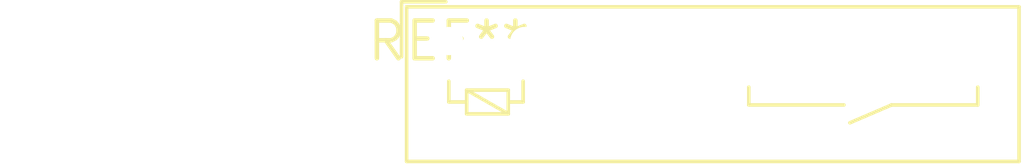
<source format=kicad_pcb>
(kicad_pcb (version 20240108) (generator pcbnew)
  (layers (0 "F.Cu" signal) (31 "B.Cu" signal) (34 "B.Paste" user) (35 "F.Paste" user) (36 "B.SilkS" user "B.Silkscreen") (37 "F.SilkS" user "F.Silkscreen") (38 "B.Mask" user) (39 "F.Mask" user) (44 "Edge.Cuts" user))
  (net 0 "")
  (footprint "Relay_SPST_TE_PCN-1xxD3MHZ" (layer "F.Cu") (at 0 0)
    (property "Reference" "REF**")
    (property "Value" "Relay_SPST_TE_PCN-1xxD3MHZ")
    (fp_line (start -1.59 -1.32) (end -0.1 -1.32) (layer "F.SilkS") (stroke (width 0.12)))
    (fp_line (start -1.59 0.53) (end -1.59 -1.32) (layer "F.SilkS") (stroke (width 0.12)))
    (fp_line (start -1.42 -1.15) (end -1.42 4.05) (layer "F.SilkS") (stroke (width 0.12)))
    (fp_line (start -1.42 4.05) (end 19.18 4.05) (layer "F.SilkS") (stroke (width 0.12)))
    (fp_line (start 0 1.35) (end 0 2.05) (layer "F.SilkS") (stroke (width 0.12)))
    (fp_line (start 0 2.05) (end 0.6 2.05) (layer "F.SilkS") (stroke (width 0.12)))
    (fp_line (start 0.6 1.65) (end 2 1.65) (layer "F.SilkS") (stroke (width 0.12)))
    (fp_line (start 0.6 1.65) (end 2 2.45) (layer "F.SilkS") (stroke (width 0.12)))
    (fp_line (start 0.6 2.05) (end 0.6 1.65) (layer "F.SilkS") (stroke (width 0.12)))
    (fp_line (start 0.6 2.45) (end 0.6 2.05) (layer "F.SilkS") (stroke (width 0.12)))
    (fp_line (start 2 1.65) (end 2 2.45) (layer "F.SilkS") (stroke (width 0.12)))
    (fp_line (start 2 2.05) (end 2.5 2.05) (layer "F.SilkS") (stroke (width 0.12)))
    (fp_line (start 2 2.45) (end 0.6 2.45) (layer "F.SilkS") (stroke (width 0.12)))
    (fp_line (start 2.5 2.05) (end 2.5 1.35) (layer "F.SilkS") (stroke (width 0.12)))
    (fp_line (start 10.09 2.15) (end 10.09 1.55) (layer "F.SilkS") (stroke (width 0.12)))
    (fp_line (start 13.29 2.15) (end 10.09 2.15) (layer "F.SilkS") (stroke (width 0.12)))
    (fp_line (start 14.89 2.15) (end 13.49 2.75) (layer "F.SilkS") (stroke (width 0.12)))
    (fp_line (start 17.79 1.55) (end 17.79 2.15) (layer "F.SilkS") (stroke (width 0.12)))
    (fp_line (start 17.79 2.15) (end 14.89 2.15) (layer "F.SilkS") (stroke (width 0.12)))
    (fp_line (start 19.18 -1.15) (end -1.42 -1.15) (layer "F.SilkS") (stroke (width 0.12)))
    (fp_line (start 19.18 4.05) (end 19.18 -1.15) (layer "F.SilkS") (stroke (width 0.12)))
    (pad "1" thru_hole rect (at 0 0) (size 1.778 1.778) (drill 0.95) (layers *.Cu *.Mask) (remove_unused_layers))
    (pad "2" thru_hole circle (at 2.54 0) (size 1.778 1.778) (drill 0.95) (layers *.Cu *.Mask) (remove_unused_layers))
    (pad "3" thru_hole circle (at 10.16 0) (size 1.9 1.9) (drill 1.15) (layers *.Cu *.Mask) (remove_unused_layers))
    (pad "4" thru_hole circle (at 17.78 0) (size 1.9 1.9) (drill 1.15) (layers *.Cu *.Mask) (remove_unused_layers))
  )
)
</source>
